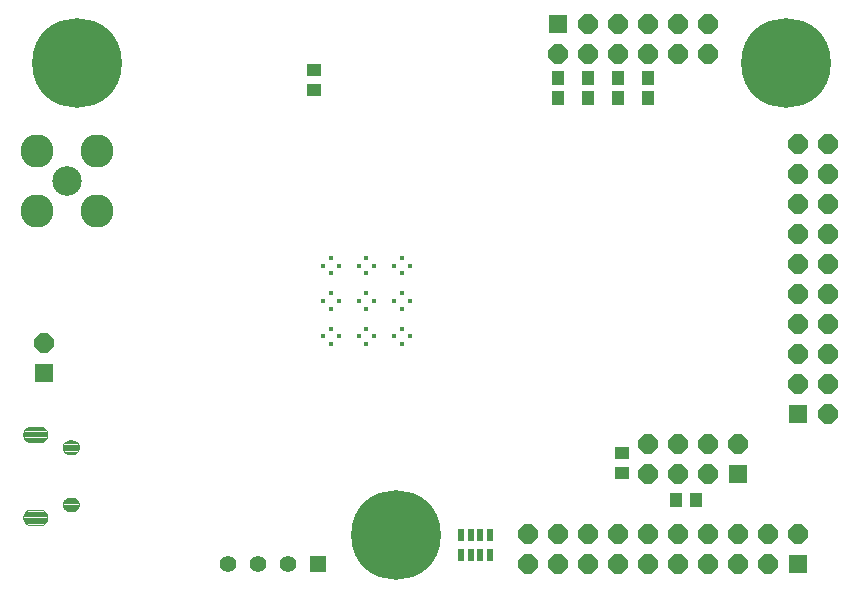
<source format=gbs>
G04 Output by ViewMate Deluxe V11.12.18  PentaLogix*
G04 Wed Mar 06 15:41:31 2019*
%IPPOS*%
%FSLAX25Y25*%
%MOIN*%
%ADD167R,0.04337X0.04731*%
%ADD168C,0.00394*%
%ADD169R,0.0555X0.0555*%
%ADD170C,0.0555*%
%ADD171C,0.1103*%
%ADD172C,0.09849*%
%ADD173R,0.064X0.064*%
G04:---LTIenv:A174:16,0.064,0.0 *
%ADD174P,0.069273X8X22.5*%
%ADD175R,0.04731X0.04337*%
%ADD176R,0.02073X0.04337*%
%ADD177C,0.01581*%
%ADD178C,0.29928*%

%LPD*%
X0Y0D2*D168*G1X28991Y52889D2*X32238D1*X33500Y53282D2*X27730D1*X27290Y53674D2*X33940D1*X34224Y54066D2*X27005D1*X26822Y54458D2*X34407D1*X32873Y57988D2*X28356D1*X27597Y57596D2*X33632D1*X34028Y57204D2*X27201D1*X26948Y56812D2*X34282D1*X34440Y56419D2*X26790D1*X26706Y56027D2*X34523D1*X34552Y55635D2*X26678D1*Y55243D2*X34551D1*X34513Y54851D2*X26717D1*X34506Y54786D2*X34552Y55247D1*Y55739*X34506Y56200*X34372Y56643*X34154Y57051*X33860Y57409*X33502Y57703*X33093Y57921*X32650Y58056*X32189Y58101*X29040*X28579Y58056*X28136Y57921*X27728Y57703*X27370Y57409*X27076Y57051*X26857Y56643*X26723Y56200*X26678Y55739*Y55247*X26723Y54786*X26857Y54343*X27076Y53934*X27370Y53577*X27728Y53283*X28136Y53064*X28579Y52930*X29040Y52885*X32189*X32650Y52930*X33093Y53064*X33502Y53283*X33860Y53577*X34154Y53934*X34372Y54343*X34506Y54786*X41051Y53282D2*X43800D1*X44390Y52889D2*X40462D1*X40125Y52497D2*X44727D1*X44929Y52105D2*X39923D1*X39808Y51713D2*X45043D1*X45082Y51321D2*X39769D1*X39786Y50928D2*X45065D1*X44995Y50536D2*X39857D1*X40008Y50144D2*X44843D1*X44588Y49752D2*X40263D1*X40673Y49360D2*X44178D1*X43118Y48967D2*X41734D1*X42918Y48948D2*X43340Y48989D1*X43746Y49112*X44121Y49313*X44449Y49582*X44718Y49910*X44918Y50284*X45042Y50691*X45083Y51113*Y51310*X45042Y51732*X44918Y52138*X44718Y52513*X44449Y52841*X44121Y53110*X43746Y53310*X43340Y53434*X42918Y53475*X41934*X41511Y53434*X41105Y53310*X40731Y53110*X40402Y52841*X40133Y52513*X39933Y52138*X39810Y51732*X39768Y51310*Y51113*X39810Y50691*X39933Y50284*X40133Y49910*X40402Y49582*X40731Y49313*X41105Y49112*X41511Y48989*X41934Y48948*X42918*X40874Y30141D2*X43977D1*X44487Y30533D2*X40365D1*X40819Y34063D2*X44032D1*X44511Y33671D2*X40341D1*X40059Y33279D2*X44793D1*X44966Y32887D2*X39885D1*X39796Y32494D2*X45056D1*X45083Y32102D2*X39768D1*X39799Y31710D2*X45053D1*X44957Y31318D2*X39894D1*X40074Y30926D2*X44777D1*X40133Y30816D2*X40402Y30487D1*X40731Y30218*X41105Y30018*X41511Y29895*X41934Y29853*X42918*X43340Y29895*X43746Y30018*X44121Y30218*X44449Y30487*X44718Y30816*X44918Y31190*X45042Y31596*X45083Y32019*Y32215*X45042Y32638*X44918Y33044*X44718Y33418*X44449Y33746*X44121Y34016*X43746Y34216*X43340Y34339*X42918Y34381*X41934*X41511Y34339*X41105Y34216*X40731Y34016*X40402Y33746*X40133Y33418*X39933Y33044*X39810Y32638*X39768Y32215*Y32019*X39810Y31596*X39933Y31190*X40133Y30816*X28084Y25435D2*X33145D1*X33323Y30141D2*X27906D1*X27367Y29749D2*X33862D1*X34173Y29357D2*X27056D1*X26851Y28965D2*X34378D1*X34497Y28572D2*X26732D1*X26687Y28180D2*X34542D1*X34552Y27788D2*X26678D1*X26697Y27396D2*X34533D1*X34468Y27003D2*X26761D1*X26897Y26611D2*X34332D1*X34106Y26219D2*X27123D1*X27482Y25827D2*X33747D1*X27370Y25919D2*X27728Y25625D1*X28136Y25407*X28579Y25273*X29040Y25227*X32189*X32650Y25273*X33093Y25407*X33502Y25625*X33860Y25919*X34154Y26277*X34372Y26685*X34506Y27129*X34552Y27589*Y28081*X34506Y28542*X34372Y28985*X34154Y29394*X33860Y29752*X33502Y30046*X33093Y30264*X32650Y30398*X32189Y30444*X29040*X28579Y30398*X28136Y30264*X27728Y30046*X27370Y29752*X27076Y29394*X26857Y28985*X26723Y28542*X26678Y28081*Y27589*X26723Y27129*X26857Y26685*X27076Y26277*X27370Y25919*D167*X204906Y167698D3*Y174391D3*X214906D3*Y167698D3*X224906D3*Y174391D3*X234906D3*Y167698D3*X250752Y33544D3*X244060D3*D169*X124906Y12294D3*D170*X94906Y12294D3*X104906D3*X114906D3*D171*X51205Y150089D3*X31205D3*Y130089D3*X51205D3*D172*X41205Y140089D3*D173*X284906Y12294D3*X264906Y42294D3*X284906Y62294D3*X204906Y192294D3*X33656Y76044D3*D174*X33656Y86044D3*X254906Y192294D3*X244906D3*X234906D3*X224906D3*X214906D3*X204906Y182294D3*X214906D3*X224906D3*X234906D3*X244906D3*X254906D3*X294906Y152294D3*X284906D3*Y142294D3*X294906D3*Y132294D3*X284906D3*Y122294D3*X294906D3*Y112294D3*X284906D3*Y102294D3*X294906D3*Y92294D3*X284906D3*Y82294D3*X294906D3*Y62294D3*Y72294D3*X284906D3*X264906Y52294D3*X254906D3*X244906D3*X234906D3*Y42294D3*X244906D3*X254906D3*X284906Y22294D3*X274906D3*X264906D3*X254906D3*X244906D3*X234906D3*X224906D3*X214906D3*X204906D3*X194906D3*Y12294D3*X204906D3*X214906D3*X224906D3*X234906D3*X244906D3*X254906D3*X264906D3*X274906D3*D175*X226156Y42698D3*Y49391D3*X123656Y176891D3*Y170198D3*D176*X182130Y15198D3*X178981D3*X175831D3*X172682D3*Y21891D3*X175831D3*X178981D3*X182130D3*D177*X274906Y189688D3*X286717D3*X292623Y179459D3*X286717Y169231D3*X274906D3*X269001Y179459D3*X56402D3*X50497Y189688D3*X38686D3*X32780Y179459D3*X38686Y169231D3*X50497D3*X131756Y88131D3*X129197Y85572D3*X126638Y88131D3*X129197Y90690D3*X131756Y99942D3*X129197Y97383D3*X126638Y99942D3*X129197Y102501D3*Y109194D3*X126638Y111753D3*X129197Y114312D3*X131756Y111753D3*X141008Y109194D3*X138449Y111753D3*X141008Y114312D3*X143567Y111753D3*X155378D3*X152819Y114312D3*X150260Y111753D3*X152819Y109194D3*Y97383D3*X155378Y99942D3*X152819Y102501D3*X150260Y99942D3*X143567D3*X141008Y102501D3*X138449Y99942D3*X141008Y97383D3*Y90690D3*X138449Y88131D3*X141008Y85572D3*X143567Y88131D3*X155378D3*X152819Y90690D3*X150260Y88131D3*X152819Y85572D3*X156796Y32208D3*X144985D3*X139079Y21979D3*X144985Y11750D3*X156796D3*X162701Y21979D3*D178*X150890Y21979D3*X44591Y179459D3*X280812D3*X0Y0D2*M02*
</source>
